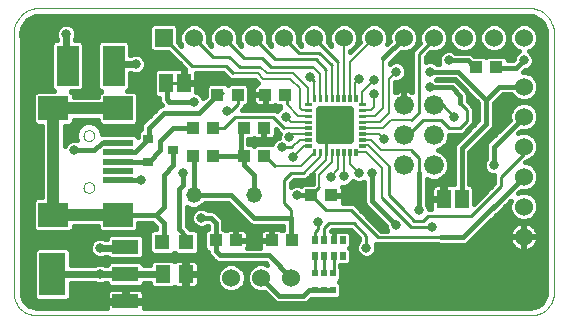
<source format=gtl>
G75*
G70*
%OFA0B0*%
%FSLAX24Y24*%
%IPPOS*%
%LPD*%
%AMOC8*
5,1,8,0,0,1.08239X$1,22.5*
%
%ADD10C,0.0000*%
%ADD11R,0.0433X0.0394*%
%ADD12C,0.0035*%
%ADD13C,0.0252*%
%ADD14R,0.0500X0.0500*%
%ADD15R,0.0354X0.0315*%
%ADD16R,0.0748X0.1339*%
%ADD17R,0.0984X0.0197*%
%ADD18R,0.0984X0.0787*%
%ADD19C,0.0520*%
%ADD20R,0.0460X0.0630*%
%ADD21R,0.0600X0.0600*%
%ADD22C,0.0600*%
%ADD23R,0.0197X0.0236*%
%ADD24R,0.0236X0.0236*%
%ADD25R,0.0197X0.0256*%
%ADD26R,0.0512X0.0591*%
%ADD27C,0.0660*%
%ADD28R,0.0880X0.0480*%
%ADD29R,0.0866X0.1417*%
%ADD30C,0.0100*%
%ADD31C,0.0080*%
%ADD32C,0.0317*%
%ADD33C,0.0160*%
%ADD34C,0.0400*%
%ADD35C,0.0240*%
D10*
X001180Y000430D02*
X017680Y000430D01*
X017734Y000432D01*
X017787Y000438D01*
X017839Y000447D01*
X017891Y000460D01*
X017942Y000477D01*
X017992Y000498D01*
X018039Y000522D01*
X018085Y000549D01*
X018129Y000580D01*
X018171Y000613D01*
X018210Y000650D01*
X018247Y000689D01*
X018280Y000731D01*
X018311Y000775D01*
X018338Y000821D01*
X018362Y000868D01*
X018383Y000918D01*
X018400Y000969D01*
X018413Y001021D01*
X018422Y001073D01*
X018428Y001126D01*
X018430Y001180D01*
X018430Y009680D01*
X018436Y009737D01*
X018439Y009795D01*
X018438Y009853D01*
X018433Y009911D01*
X018424Y009968D01*
X018411Y010024D01*
X018395Y010080D01*
X018375Y010134D01*
X018352Y010187D01*
X018325Y010239D01*
X018295Y010288D01*
X018262Y010335D01*
X018226Y010381D01*
X018187Y010423D01*
X018145Y010463D01*
X018101Y010500D01*
X018054Y010535D01*
X018005Y010566D01*
X017955Y010593D01*
X017902Y010618D01*
X017848Y010639D01*
X017793Y010656D01*
X017737Y010670D01*
X017680Y010680D01*
X001180Y010680D01*
X001123Y010670D01*
X001067Y010656D01*
X001012Y010639D01*
X000958Y010618D01*
X000905Y010593D01*
X000855Y010566D01*
X000806Y010535D01*
X000759Y010500D01*
X000715Y010463D01*
X000673Y010423D01*
X000634Y010381D01*
X000598Y010335D01*
X000565Y010288D01*
X000535Y010239D01*
X000508Y010187D01*
X000485Y010134D01*
X000465Y010080D01*
X000449Y010024D01*
X000436Y009968D01*
X000427Y009911D01*
X000422Y009853D01*
X000421Y009795D01*
X000424Y009737D01*
X000430Y009680D01*
X000430Y001180D01*
X000432Y001126D01*
X000438Y001073D01*
X000447Y001021D01*
X000460Y000969D01*
X000477Y000918D01*
X000498Y000868D01*
X000522Y000821D01*
X000549Y000775D01*
X000580Y000731D01*
X000613Y000689D01*
X000650Y000650D01*
X000689Y000613D01*
X000731Y000580D01*
X000775Y000549D01*
X000821Y000522D01*
X000868Y000498D01*
X000918Y000477D01*
X000969Y000460D01*
X001021Y000447D01*
X001073Y000438D01*
X001126Y000432D01*
X001180Y000430D01*
X002753Y004689D02*
X002755Y004715D01*
X002761Y004741D01*
X002771Y004766D01*
X002784Y004789D01*
X002800Y004809D01*
X002820Y004827D01*
X002842Y004842D01*
X002865Y004854D01*
X002891Y004862D01*
X002917Y004866D01*
X002943Y004866D01*
X002969Y004862D01*
X002995Y004854D01*
X003019Y004842D01*
X003040Y004827D01*
X003060Y004809D01*
X003076Y004789D01*
X003089Y004766D01*
X003099Y004741D01*
X003105Y004715D01*
X003107Y004689D01*
X003105Y004663D01*
X003099Y004637D01*
X003089Y004612D01*
X003076Y004589D01*
X003060Y004569D01*
X003040Y004551D01*
X003018Y004536D01*
X002995Y004524D01*
X002969Y004516D01*
X002943Y004512D01*
X002917Y004512D01*
X002891Y004516D01*
X002865Y004524D01*
X002841Y004536D01*
X002820Y004551D01*
X002800Y004569D01*
X002784Y004589D01*
X002771Y004612D01*
X002761Y004637D01*
X002755Y004663D01*
X002753Y004689D01*
X002753Y006421D02*
X002755Y006447D01*
X002761Y006473D01*
X002771Y006498D01*
X002784Y006521D01*
X002800Y006541D01*
X002820Y006559D01*
X002842Y006574D01*
X002865Y006586D01*
X002891Y006594D01*
X002917Y006598D01*
X002943Y006598D01*
X002969Y006594D01*
X002995Y006586D01*
X003019Y006574D01*
X003040Y006559D01*
X003060Y006541D01*
X003076Y006521D01*
X003089Y006498D01*
X003099Y006473D01*
X003105Y006447D01*
X003107Y006421D01*
X003105Y006395D01*
X003099Y006369D01*
X003089Y006344D01*
X003076Y006321D01*
X003060Y006301D01*
X003040Y006283D01*
X003018Y006268D01*
X002995Y006256D01*
X002969Y006248D01*
X002943Y006244D01*
X002917Y006244D01*
X002891Y006248D01*
X002865Y006256D01*
X002841Y006268D01*
X002820Y006283D01*
X002800Y006301D01*
X002784Y006321D01*
X002771Y006344D01*
X002761Y006369D01*
X002755Y006395D01*
X002753Y006421D01*
D11*
X006395Y006680D03*
X007065Y006680D03*
X008095Y006680D03*
X008765Y006680D03*
X008765Y005755D03*
X008095Y005755D03*
X007065Y005755D03*
X006395Y005755D03*
X007220Y007780D03*
X007890Y007780D03*
X008814Y007780D03*
X009483Y007780D03*
X010345Y004430D03*
X011015Y004430D03*
X009702Y002930D03*
X009033Y002930D03*
X007827Y002930D03*
X007158Y002930D03*
X015845Y008705D03*
X016515Y008705D03*
D12*
X012137Y007511D02*
X011935Y007511D01*
X012137Y007511D02*
X012137Y007427D01*
X011935Y007427D01*
X011935Y007511D01*
X011935Y007461D02*
X012137Y007461D01*
X012137Y007495D02*
X011935Y007495D01*
X011777Y007585D02*
X011777Y007787D01*
X011861Y007787D01*
X011861Y007585D01*
X011777Y007585D01*
X011777Y007619D02*
X011861Y007619D01*
X011861Y007653D02*
X011777Y007653D01*
X011777Y007687D02*
X011861Y007687D01*
X011861Y007721D02*
X011777Y007721D01*
X011777Y007755D02*
X011861Y007755D01*
X011580Y007787D02*
X011580Y007585D01*
X011580Y007787D02*
X011664Y007787D01*
X011664Y007585D01*
X011580Y007585D01*
X011580Y007619D02*
X011664Y007619D01*
X011664Y007653D02*
X011580Y007653D01*
X011580Y007687D02*
X011664Y007687D01*
X011664Y007721D02*
X011580Y007721D01*
X011580Y007755D02*
X011664Y007755D01*
X011383Y007787D02*
X011383Y007585D01*
X011383Y007787D02*
X011467Y007787D01*
X011467Y007585D01*
X011383Y007585D01*
X011383Y007619D02*
X011467Y007619D01*
X011467Y007653D02*
X011383Y007653D01*
X011383Y007687D02*
X011467Y007687D01*
X011467Y007721D02*
X011383Y007721D01*
X011383Y007755D02*
X011467Y007755D01*
X011186Y007787D02*
X011186Y007585D01*
X011186Y007787D02*
X011270Y007787D01*
X011270Y007585D01*
X011186Y007585D01*
X011186Y007619D02*
X011270Y007619D01*
X011270Y007653D02*
X011186Y007653D01*
X011186Y007687D02*
X011270Y007687D01*
X011270Y007721D02*
X011186Y007721D01*
X011186Y007755D02*
X011270Y007755D01*
X010990Y007787D02*
X010990Y007585D01*
X010990Y007787D02*
X011074Y007787D01*
X011074Y007585D01*
X010990Y007585D01*
X010990Y007619D02*
X011074Y007619D01*
X011074Y007653D02*
X010990Y007653D01*
X010990Y007687D02*
X011074Y007687D01*
X011074Y007721D02*
X010990Y007721D01*
X010990Y007755D02*
X011074Y007755D01*
X010793Y007787D02*
X010793Y007585D01*
X010793Y007787D02*
X010877Y007787D01*
X010877Y007585D01*
X010793Y007585D01*
X010793Y007619D02*
X010877Y007619D01*
X010877Y007653D02*
X010793Y007653D01*
X010793Y007687D02*
X010877Y007687D01*
X010877Y007721D02*
X010793Y007721D01*
X010793Y007755D02*
X010877Y007755D01*
X010596Y007787D02*
X010596Y007585D01*
X010596Y007787D02*
X010680Y007787D01*
X010680Y007585D01*
X010596Y007585D01*
X010596Y007619D02*
X010680Y007619D01*
X010680Y007653D02*
X010596Y007653D01*
X010596Y007687D02*
X010680Y007687D01*
X010680Y007721D02*
X010596Y007721D01*
X010596Y007755D02*
X010680Y007755D01*
X010399Y007787D02*
X010399Y007585D01*
X010399Y007787D02*
X010483Y007787D01*
X010483Y007585D01*
X010399Y007585D01*
X010399Y007619D02*
X010483Y007619D01*
X010483Y007653D02*
X010399Y007653D01*
X010399Y007687D02*
X010483Y007687D01*
X010483Y007721D02*
X010399Y007721D01*
X010399Y007755D02*
X010483Y007755D01*
X010325Y007427D02*
X010123Y007427D01*
X010123Y007511D01*
X010325Y007511D01*
X010325Y007427D01*
X010325Y007461D02*
X010123Y007461D01*
X010123Y007495D02*
X010325Y007495D01*
X010325Y007230D02*
X010123Y007230D01*
X010123Y007314D01*
X010325Y007314D01*
X010325Y007230D01*
X010325Y007264D02*
X010123Y007264D01*
X010123Y007298D02*
X010325Y007298D01*
X010325Y007033D02*
X010123Y007033D01*
X010123Y007117D01*
X010325Y007117D01*
X010325Y007033D01*
X010325Y007067D02*
X010123Y007067D01*
X010123Y007101D02*
X010325Y007101D01*
X010325Y006836D02*
X010123Y006836D01*
X010123Y006920D01*
X010325Y006920D01*
X010325Y006836D01*
X010325Y006870D02*
X010123Y006870D01*
X010123Y006904D02*
X010325Y006904D01*
X010325Y006640D02*
X010123Y006640D01*
X010123Y006724D01*
X010325Y006724D01*
X010325Y006640D01*
X010325Y006674D02*
X010123Y006674D01*
X010123Y006708D02*
X010325Y006708D01*
X010325Y006443D02*
X010123Y006443D01*
X010123Y006527D01*
X010325Y006527D01*
X010325Y006443D01*
X010325Y006477D02*
X010123Y006477D01*
X010123Y006511D02*
X010325Y006511D01*
X010325Y006246D02*
X010123Y006246D01*
X010123Y006330D01*
X010325Y006330D01*
X010325Y006246D01*
X010325Y006280D02*
X010123Y006280D01*
X010123Y006314D02*
X010325Y006314D01*
X010325Y006049D02*
X010123Y006049D01*
X010123Y006133D01*
X010325Y006133D01*
X010325Y006049D01*
X010325Y006083D02*
X010123Y006083D01*
X010123Y006117D02*
X010325Y006117D01*
X010483Y005975D02*
X010483Y005773D01*
X010399Y005773D01*
X010399Y005975D01*
X010483Y005975D01*
X010483Y005807D02*
X010399Y005807D01*
X010399Y005841D02*
X010483Y005841D01*
X010483Y005875D02*
X010399Y005875D01*
X010399Y005909D02*
X010483Y005909D01*
X010483Y005943D02*
X010399Y005943D01*
X010680Y005975D02*
X010680Y005773D01*
X010596Y005773D01*
X010596Y005975D01*
X010680Y005975D01*
X010680Y005807D02*
X010596Y005807D01*
X010596Y005841D02*
X010680Y005841D01*
X010680Y005875D02*
X010596Y005875D01*
X010596Y005909D02*
X010680Y005909D01*
X010680Y005943D02*
X010596Y005943D01*
X010877Y005975D02*
X010877Y005773D01*
X010793Y005773D01*
X010793Y005975D01*
X010877Y005975D01*
X010877Y005807D02*
X010793Y005807D01*
X010793Y005841D02*
X010877Y005841D01*
X010877Y005875D02*
X010793Y005875D01*
X010793Y005909D02*
X010877Y005909D01*
X010877Y005943D02*
X010793Y005943D01*
X011074Y005975D02*
X011074Y005773D01*
X010990Y005773D01*
X010990Y005975D01*
X011074Y005975D01*
X011074Y005807D02*
X010990Y005807D01*
X010990Y005841D02*
X011074Y005841D01*
X011074Y005875D02*
X010990Y005875D01*
X010990Y005909D02*
X011074Y005909D01*
X011074Y005943D02*
X010990Y005943D01*
X011270Y005975D02*
X011270Y005773D01*
X011186Y005773D01*
X011186Y005975D01*
X011270Y005975D01*
X011270Y005807D02*
X011186Y005807D01*
X011186Y005841D02*
X011270Y005841D01*
X011270Y005875D02*
X011186Y005875D01*
X011186Y005909D02*
X011270Y005909D01*
X011270Y005943D02*
X011186Y005943D01*
X011467Y005975D02*
X011467Y005773D01*
X011383Y005773D01*
X011383Y005975D01*
X011467Y005975D01*
X011467Y005807D02*
X011383Y005807D01*
X011383Y005841D02*
X011467Y005841D01*
X011467Y005875D02*
X011383Y005875D01*
X011383Y005909D02*
X011467Y005909D01*
X011467Y005943D02*
X011383Y005943D01*
X011664Y005975D02*
X011664Y005773D01*
X011580Y005773D01*
X011580Y005975D01*
X011664Y005975D01*
X011664Y005807D02*
X011580Y005807D01*
X011580Y005841D02*
X011664Y005841D01*
X011664Y005875D02*
X011580Y005875D01*
X011580Y005909D02*
X011664Y005909D01*
X011664Y005943D02*
X011580Y005943D01*
X011861Y005975D02*
X011861Y005773D01*
X011777Y005773D01*
X011777Y005975D01*
X011861Y005975D01*
X011861Y005807D02*
X011777Y005807D01*
X011777Y005841D02*
X011861Y005841D01*
X011861Y005875D02*
X011777Y005875D01*
X011777Y005909D02*
X011861Y005909D01*
X011861Y005943D02*
X011777Y005943D01*
X011935Y006133D02*
X012137Y006133D01*
X012137Y006049D01*
X011935Y006049D01*
X011935Y006133D01*
X011935Y006083D02*
X012137Y006083D01*
X012137Y006117D02*
X011935Y006117D01*
X011935Y006330D02*
X012137Y006330D01*
X012137Y006246D01*
X011935Y006246D01*
X011935Y006330D01*
X011935Y006280D02*
X012137Y006280D01*
X012137Y006314D02*
X011935Y006314D01*
X011935Y006527D02*
X012137Y006527D01*
X012137Y006443D01*
X011935Y006443D01*
X011935Y006527D01*
X011935Y006477D02*
X012137Y006477D01*
X012137Y006511D02*
X011935Y006511D01*
X011935Y006724D02*
X012137Y006724D01*
X012137Y006640D01*
X011935Y006640D01*
X011935Y006724D01*
X011935Y006674D02*
X012137Y006674D01*
X012137Y006708D02*
X011935Y006708D01*
X011935Y006920D02*
X012137Y006920D01*
X012137Y006836D01*
X011935Y006836D01*
X011935Y006920D01*
X011935Y006870D02*
X012137Y006870D01*
X012137Y006904D02*
X011935Y006904D01*
X011935Y007117D02*
X012137Y007117D01*
X012137Y007033D01*
X011935Y007033D01*
X011935Y007117D01*
X011935Y007067D02*
X012137Y007067D01*
X012137Y007101D02*
X011935Y007101D01*
X011935Y007314D02*
X012137Y007314D01*
X012137Y007230D01*
X011935Y007230D01*
X011935Y007314D01*
X011935Y007264D02*
X012137Y007264D01*
X012137Y007298D02*
X011935Y007298D01*
D13*
X011634Y007284D02*
X011634Y006276D01*
X010626Y006276D01*
X010626Y007284D01*
X011634Y007284D01*
X011634Y006527D02*
X010626Y006527D01*
X010626Y006778D02*
X011634Y006778D01*
X011634Y007029D02*
X010626Y007029D01*
X010626Y007280D02*
X011634Y007280D01*
D14*
X006180Y002868D03*
X005380Y002868D03*
D15*
X004911Y005556D03*
X005738Y005930D03*
X004911Y006304D03*
D16*
X003760Y008742D03*
X002225Y008742D03*
D17*
X003914Y006185D03*
X003914Y005870D03*
X003914Y005555D03*
X003914Y005240D03*
X003914Y004925D03*
D18*
X003914Y003783D03*
X001749Y003783D03*
X001749Y007327D03*
X003914Y007327D03*
D19*
X006430Y004430D03*
X008430Y004430D03*
D20*
X006105Y008180D03*
X005505Y008180D03*
X014755Y004305D03*
X015355Y004305D03*
D21*
X005430Y009680D03*
D22*
X006430Y009680D03*
X007430Y009680D03*
X008430Y009680D03*
X009430Y009680D03*
X010430Y009680D03*
X011430Y009680D03*
X012430Y009680D03*
X013430Y009680D03*
X014430Y009680D03*
X015430Y009680D03*
X016430Y009680D03*
X017430Y009680D03*
X017430Y008055D03*
X017430Y007055D03*
X017430Y006055D03*
X017430Y005055D03*
X017430Y004055D03*
X017430Y003055D03*
X009680Y001680D03*
X008680Y001680D03*
X007680Y001680D03*
D23*
X010478Y001831D03*
X011068Y001831D03*
X011068Y001279D03*
X010478Y001279D03*
D24*
X010773Y001279D03*
X010773Y001831D03*
D25*
X010773Y002414D03*
X011087Y002414D03*
X011402Y002414D03*
X011402Y002946D03*
X011087Y002946D03*
X010773Y002946D03*
X010458Y002946D03*
X010458Y002414D03*
D26*
X006154Y001805D03*
X005406Y001805D03*
D27*
X013430Y005430D03*
X014430Y005430D03*
X014430Y006430D03*
X013430Y006430D03*
X013430Y007430D03*
X014430Y007430D03*
D28*
X004150Y002715D03*
X004150Y001805D03*
X004150Y000895D03*
D29*
X001710Y001805D03*
D30*
X005180Y002993D02*
X005380Y002868D01*
X004675Y004925D02*
X004680Y004930D01*
X004910Y005555D02*
X004911Y005556D01*
X004931Y005556D01*
X004911Y006304D02*
X004930Y006323D01*
X006395Y006680D02*
X006533Y006743D01*
X007065Y006680D02*
X007430Y006680D01*
X007805Y007055D01*
X007992Y007055D01*
X009055Y007055D01*
X009428Y006682D01*
X008765Y006680D02*
X008765Y006327D01*
X008743Y006305D01*
X008524Y006305D01*
X008430Y006211D01*
X008118Y005858D02*
X008095Y005755D01*
X008765Y005755D02*
X008777Y005743D01*
X008805Y005743D01*
X009149Y005399D01*
X008833Y005687D02*
X008777Y005743D01*
X009368Y006024D02*
X009711Y006024D01*
X010441Y005874D02*
X010441Y005847D01*
X010835Y005874D02*
X010835Y006397D01*
X010868Y006430D01*
X010868Y006518D01*
X011130Y006780D01*
X010868Y006430D02*
X010930Y006368D01*
X010835Y006272D01*
X010117Y005180D02*
X009805Y005180D01*
X009680Y005180D01*
X009430Y004930D01*
X009430Y004180D01*
X009680Y003930D01*
X009680Y003680D01*
X009680Y003680D01*
X010555Y003555D02*
X010555Y003305D01*
X010458Y003208D01*
X010458Y002946D01*
X010773Y002946D02*
X010773Y003335D01*
X010930Y003493D01*
X011774Y003493D01*
X012180Y003086D01*
X012180Y002680D01*
X012586Y003024D02*
X011680Y003930D01*
X010836Y003930D01*
X010430Y004336D01*
X010305Y004336D01*
X010336Y004305D01*
X010336Y004421D01*
X010345Y004430D01*
X010430Y004515D01*
X010430Y004524D01*
X010618Y004711D01*
X012711Y004336D02*
X013680Y003367D01*
X014367Y003367D01*
X014086Y003586D02*
X014242Y003743D01*
X015680Y003743D01*
X016680Y004742D01*
X016680Y005055D01*
X017430Y005805D01*
X017430Y006055D01*
X015524Y006899D02*
X015524Y007274D01*
X015305Y007493D01*
X015117Y007055D02*
X014743Y007430D01*
X014430Y007430D01*
X013930Y007180D02*
X013680Y006930D01*
X013930Y007180D02*
X013930Y009149D01*
X014430Y009649D01*
X014430Y009680D01*
X015808Y008743D02*
X015845Y008705D01*
X016515Y008705D02*
X016643Y008643D01*
X016617Y008680D01*
X015524Y006899D02*
X015305Y006680D01*
X014930Y006680D01*
X014680Y006930D01*
X014055Y006930D01*
X013555Y006430D01*
X013430Y006430D01*
X013680Y005930D02*
X013930Y005680D01*
X013930Y005180D01*
X012930Y005399D02*
X012930Y004430D01*
X013368Y003993D01*
X013367Y003993D01*
X013774Y003586D01*
X014086Y003586D01*
X014680Y003024D02*
X012586Y003024D01*
X011087Y002414D02*
X011087Y001850D01*
X011068Y001831D01*
X010773Y001831D02*
X010773Y002414D01*
X010773Y002414D01*
X010478Y002394D02*
X010458Y002414D01*
X010478Y002394D02*
X010478Y001831D01*
X009702Y002930D02*
X009680Y002952D01*
X006395Y005755D02*
X006430Y005845D01*
X007524Y007242D02*
X007524Y007242D01*
X007680Y007242D01*
X007899Y007461D01*
X007899Y007771D01*
X007890Y007780D01*
X008024Y007771D01*
X007993Y007740D02*
X007890Y007780D01*
X007899Y007771D02*
X008024Y007646D01*
X007399Y007833D02*
X007220Y007780D01*
X007158Y007765D01*
X005930Y008180D02*
X005649Y008180D01*
X005524Y008161D02*
X005505Y008180D01*
X006367Y008743D02*
X007493Y008743D01*
X007743Y008493D01*
X007961Y008711D02*
X008649Y008711D01*
X008711Y008992D02*
X008118Y008992D01*
X007430Y009680D01*
X007055Y009055D02*
X006430Y009680D01*
X007055Y009055D02*
X007617Y009055D01*
X007961Y008711D01*
X008711Y008992D02*
X008992Y008711D01*
X010399Y008711D01*
X010492Y008961D02*
X009149Y008961D01*
X008430Y009680D01*
X009430Y009680D02*
X009930Y009180D01*
X010617Y009180D01*
X011032Y008766D01*
X011228Y008882D02*
X010430Y009680D01*
X011430Y009680D02*
X011425Y009425D01*
X010835Y008619D02*
X010492Y008961D01*
X010305Y008368D02*
X010441Y008231D01*
X009524Y007783D02*
X009524Y007461D01*
X006367Y008743D02*
X005430Y009680D01*
X002180Y009350D02*
X002225Y008742D01*
D31*
X007743Y008493D02*
X008555Y008493D01*
X008743Y008305D01*
X009649Y008305D01*
X009961Y007992D01*
X009961Y007336D01*
X010025Y007272D01*
X010224Y007272D01*
X010224Y007075D02*
X009910Y007075D01*
X009524Y007461D01*
X009483Y007780D02*
X009487Y007783D01*
X009524Y007783D01*
X010224Y008011D02*
X010224Y007469D01*
X010441Y007686D02*
X010441Y008231D01*
X010224Y008011D02*
X009743Y008493D01*
X008868Y008493D01*
X008649Y008711D01*
X008649Y008711D01*
X010399Y008711D02*
X010638Y008472D01*
X010638Y007686D01*
X010835Y007686D02*
X010835Y008619D01*
X011032Y008766D02*
X011032Y007686D01*
X011228Y007686D02*
X011228Y008882D01*
X011622Y008872D02*
X012430Y009680D01*
X011425Y009425D02*
X011425Y007686D01*
X011622Y007686D02*
X011622Y008872D01*
X011930Y008305D02*
X011819Y008194D01*
X011819Y007686D01*
X012036Y007879D02*
X012430Y008274D01*
X012930Y008305D02*
X013180Y008555D01*
X012930Y008305D02*
X012930Y007180D01*
X012628Y006878D01*
X012036Y006878D01*
X012036Y006682D02*
X012744Y006682D01*
X012992Y006930D01*
X013680Y006930D01*
X012742Y007336D02*
X012743Y008992D01*
X012430Y007805D02*
X012430Y007368D01*
X012335Y007272D01*
X012036Y007272D01*
X012036Y007075D02*
X012481Y007075D01*
X012742Y007336D01*
X012036Y007469D02*
X012036Y007879D01*
X010224Y006878D02*
X009669Y006878D01*
X009493Y007055D01*
X009428Y006682D02*
X010224Y006682D01*
X010224Y006485D02*
X009735Y006485D01*
X009617Y006367D01*
X009711Y006024D02*
X009975Y006288D01*
X010224Y006288D01*
X010224Y006091D02*
X010122Y006091D01*
X009743Y005711D01*
X009993Y005399D02*
X009149Y005399D01*
X009993Y005399D02*
X010441Y005847D01*
X010638Y005874D02*
X010638Y005700D01*
X010117Y005180D01*
X010305Y005086D02*
X010305Y004930D01*
X010305Y005086D02*
X010835Y005616D01*
X010835Y005678D01*
X010835Y005874D01*
X011032Y005874D02*
X011032Y005532D01*
X010649Y005149D01*
X010618Y005117D01*
X010618Y004711D01*
X010992Y005055D02*
X011228Y005291D01*
X011228Y005874D01*
X011425Y005874D02*
X011425Y005060D01*
X011622Y005488D02*
X011930Y005180D01*
X011622Y005488D02*
X011622Y005874D01*
X011819Y005874D02*
X012173Y005874D01*
X012711Y005336D01*
X012711Y004336D01*
X012930Y005399D02*
X012238Y006091D01*
X012036Y006091D01*
X012036Y006288D02*
X012322Y006288D01*
X012353Y006257D01*
X012680Y005930D01*
X013680Y005930D01*
X012774Y006305D02*
X012594Y006485D01*
X012036Y006485D01*
X004150Y002715D02*
X004115Y002680D01*
X004150Y001805D02*
X003868Y001805D01*
D32*
X003305Y001805D03*
X003305Y002680D03*
X003930Y003680D03*
X003680Y003930D03*
X004680Y004930D03*
X006055Y005180D03*
X008430Y006211D03*
X009368Y006024D03*
X009617Y006367D03*
X009743Y005711D03*
X010305Y004930D03*
X010992Y005055D03*
X011425Y005060D03*
X011930Y005180D03*
X012367Y005180D03*
X012774Y006305D03*
X015117Y007055D03*
X015805Y007493D03*
X014305Y008024D03*
X014305Y008555D03*
X014930Y008930D03*
X013180Y008555D03*
X012430Y008274D03*
X011930Y008305D03*
X012430Y007805D03*
X010305Y008368D03*
X009493Y007055D03*
X007524Y007242D03*
X006430Y007555D03*
X006680Y008180D03*
X004493Y008805D03*
X002180Y009805D03*
X001430Y007430D03*
X001680Y007180D03*
X002430Y005930D03*
X003930Y007180D03*
X003680Y007430D03*
X001430Y003930D03*
X001680Y003680D03*
X006680Y003680D03*
X009868Y004430D03*
X010555Y003555D03*
X012180Y002680D03*
X013180Y003430D03*
X012305Y003805D03*
X013930Y003930D03*
X014367Y003367D03*
X016430Y005430D03*
X017430Y008930D03*
D33*
X000958Y000743D02*
X000834Y000834D01*
X000743Y000958D01*
X000696Y001103D01*
X000690Y001180D01*
X000690Y009647D01*
X000695Y009666D01*
X000690Y009698D01*
X000690Y009732D01*
X000686Y009742D01*
X000681Y009814D01*
X000715Y010007D01*
X000806Y010179D01*
X000946Y010315D01*
X001121Y010401D01*
X001205Y010420D01*
X017655Y010420D01*
X017739Y010401D01*
X017914Y010315D01*
X018054Y010179D01*
X018145Y010007D01*
X018179Y009814D01*
X018174Y009742D01*
X018170Y009732D01*
X018170Y009698D01*
X018165Y009666D01*
X018170Y009647D01*
X018170Y001180D01*
X018164Y001103D01*
X018117Y000958D01*
X018026Y000834D01*
X017902Y000743D01*
X017757Y000696D01*
X017680Y000690D01*
X004770Y000690D01*
X004770Y000855D01*
X004190Y000855D01*
X004190Y000935D01*
X004110Y000935D01*
X004110Y001315D01*
X003686Y001315D01*
X003641Y001303D01*
X003599Y001279D01*
X003566Y001246D01*
X003542Y001204D01*
X003530Y001159D01*
X003530Y000935D01*
X004110Y000935D01*
X004110Y000855D01*
X003530Y000855D01*
X003530Y000690D01*
X001180Y000690D01*
X001103Y000696D01*
X000958Y000743D01*
X000953Y000747D02*
X003530Y000747D01*
X003530Y001064D02*
X002323Y001064D01*
X002323Y001022D02*
X002323Y001505D01*
X003144Y001505D01*
X003238Y001466D01*
X003372Y001466D01*
X003466Y001505D01*
X003530Y001505D01*
X003530Y001490D01*
X003635Y001385D01*
X004665Y001385D01*
X004770Y001490D01*
X004770Y001505D01*
X004970Y001505D01*
X004970Y001435D01*
X005076Y001330D01*
X005736Y001330D01*
X005780Y001373D01*
X005788Y001366D01*
X005829Y001342D01*
X005874Y001330D01*
X006106Y001330D01*
X006106Y001757D01*
X006202Y001757D01*
X006202Y001330D01*
X006434Y001330D01*
X006479Y001342D01*
X006520Y001366D01*
X006554Y001399D01*
X006578Y001440D01*
X006590Y001486D01*
X006590Y001757D01*
X006202Y001757D01*
X006202Y001853D01*
X006106Y001853D01*
X006106Y002280D01*
X005874Y002280D01*
X005829Y002268D01*
X005788Y002244D01*
X005780Y002237D01*
X005736Y002280D01*
X005076Y002280D01*
X004970Y002175D01*
X004970Y002105D01*
X004770Y002105D01*
X004770Y002120D01*
X004665Y002225D01*
X003635Y002225D01*
X003530Y002120D01*
X003530Y002105D01*
X003466Y002105D01*
X003372Y002144D01*
X003238Y002144D01*
X003144Y002105D01*
X002323Y002105D01*
X002323Y002588D01*
X002218Y002694D01*
X001202Y002694D01*
X001097Y002588D01*
X001097Y001022D01*
X001202Y000916D01*
X002218Y000916D01*
X002323Y001022D01*
X002323Y001223D02*
X003553Y001223D01*
X004110Y001223D02*
X004190Y001223D01*
X004190Y001315D02*
X004190Y000935D01*
X004770Y000935D01*
X004770Y001159D01*
X004758Y001204D01*
X004734Y001246D01*
X004701Y001279D01*
X004659Y001303D01*
X004614Y001315D01*
X004190Y001315D01*
X004190Y001064D02*
X004110Y001064D01*
X004110Y000906D02*
X000781Y000906D01*
X000709Y001064D02*
X001097Y001064D01*
X001097Y001223D02*
X000690Y001223D01*
X000690Y001381D02*
X001097Y001381D01*
X001097Y001540D02*
X000690Y001540D01*
X000690Y001698D02*
X001097Y001698D01*
X001097Y001857D02*
X000690Y001857D01*
X000690Y002015D02*
X001097Y002015D01*
X001097Y002174D02*
X000690Y002174D01*
X000690Y002332D02*
X001097Y002332D01*
X001097Y002491D02*
X000690Y002491D01*
X000690Y002649D02*
X001158Y002649D01*
X000690Y002808D02*
X002991Y002808D01*
X002966Y002747D02*
X002966Y002613D01*
X003018Y002488D01*
X003113Y002393D01*
X003238Y002341D01*
X003372Y002341D01*
X003466Y002380D01*
X003550Y002380D01*
X003635Y002295D01*
X004665Y002295D01*
X004770Y002400D01*
X004770Y003030D01*
X004665Y003135D01*
X003635Y003135D01*
X003530Y003030D01*
X003530Y002980D01*
X003466Y002980D01*
X003372Y003019D01*
X003238Y003019D01*
X003113Y002967D01*
X003018Y002872D01*
X002966Y002747D01*
X002966Y002649D02*
X002262Y002649D01*
X002323Y002491D02*
X003017Y002491D01*
X003598Y002332D02*
X002323Y002332D01*
X002323Y002174D02*
X003584Y002174D01*
X003868Y001805D02*
X003930Y001805D01*
X004702Y002332D02*
X007035Y002332D01*
X007085Y002283D02*
X007158Y002210D01*
X007253Y002170D01*
X008822Y002170D01*
X008872Y002120D01*
X008775Y002160D01*
X008585Y002160D01*
X008408Y002087D01*
X008273Y001952D01*
X008200Y001775D01*
X008200Y001585D01*
X008273Y001408D01*
X008408Y001273D01*
X008585Y001200D01*
X008775Y001200D01*
X008787Y001205D01*
X009126Y000866D01*
X009222Y000826D01*
X010138Y000826D01*
X010234Y000866D01*
X010307Y000939D01*
X010349Y000981D01*
X010651Y000981D01*
X011241Y000981D01*
X011347Y001087D01*
X011347Y001472D01*
X011264Y001555D01*
X011347Y001638D01*
X011347Y002023D01*
X011317Y002052D01*
X011317Y002106D01*
X011575Y002106D01*
X011681Y002212D01*
X011681Y002617D01*
X011618Y002680D01*
X011681Y002743D01*
X011681Y003148D01*
X011575Y003254D01*
X011229Y003254D01*
X011225Y003250D01*
X011210Y003254D01*
X011087Y003254D01*
X011016Y003254D01*
X011025Y003263D01*
X011678Y003263D01*
X011950Y002991D01*
X011950Y002929D01*
X011893Y002872D01*
X011841Y002747D01*
X011841Y002613D01*
X011893Y002488D01*
X011988Y002393D01*
X012113Y002341D01*
X012247Y002341D01*
X012372Y002393D01*
X012467Y002488D01*
X012519Y002613D01*
X012519Y002747D01*
X012500Y002794D01*
X012557Y002794D01*
X012682Y002794D01*
X014556Y002794D01*
X014628Y002764D01*
X015347Y002764D01*
X015347Y002764D01*
X015405Y002764D01*
X015450Y002764D01*
X015450Y002764D01*
X015450Y002764D01*
X015499Y002784D01*
X015546Y002803D01*
X015546Y002803D01*
X015546Y002803D01*
X015577Y002834D01*
X015619Y002876D01*
X015619Y002876D01*
X016990Y004247D01*
X016950Y004150D01*
X016950Y003960D01*
X017023Y003783D01*
X017158Y003648D01*
X017335Y003575D01*
X017525Y003575D01*
X017702Y003648D01*
X017837Y003783D01*
X017910Y003960D01*
X017910Y004150D01*
X017837Y004327D01*
X017702Y004462D01*
X017525Y004535D01*
X017335Y004535D01*
X017238Y004495D01*
X017323Y004580D01*
X017335Y004575D01*
X017525Y004575D01*
X017702Y004648D01*
X017837Y004783D01*
X017910Y004960D01*
X017910Y005150D01*
X017837Y005327D01*
X017702Y005462D01*
X017525Y005535D01*
X017485Y005535D01*
X017525Y005575D01*
X017525Y005575D01*
X017702Y005648D01*
X017837Y005783D01*
X017910Y005960D01*
X017910Y006150D01*
X017837Y006327D01*
X017702Y006462D01*
X017525Y006535D01*
X017335Y006535D01*
X017238Y006495D01*
X017323Y006580D01*
X017335Y006575D01*
X017525Y006575D01*
X017702Y006648D01*
X017837Y006783D01*
X017910Y006960D01*
X017910Y007150D01*
X017837Y007327D01*
X017702Y007462D01*
X017525Y007535D01*
X017335Y007535D01*
X017158Y007462D01*
X017023Y007327D01*
X016950Y007150D01*
X016950Y006960D01*
X016955Y006948D01*
X016210Y006202D01*
X016170Y006107D01*
X016170Y005649D01*
X016143Y005622D01*
X016091Y005497D01*
X016091Y005363D01*
X016143Y005238D01*
X016238Y005143D01*
X016363Y005091D01*
X016450Y005091D01*
X016450Y004838D01*
X015765Y004153D01*
X015765Y004695D01*
X015660Y004800D01*
X015615Y004800D01*
X015615Y005885D01*
X016375Y006645D01*
X016400Y006670D01*
X016400Y006670D01*
X016400Y006670D01*
X016423Y006724D01*
X016440Y006766D01*
X016440Y006818D01*
X016440Y007510D01*
X016725Y007795D01*
X017018Y007795D01*
X017023Y007783D01*
X017158Y007648D01*
X017335Y007575D01*
X017525Y007575D01*
X017702Y007648D01*
X017837Y007783D01*
X017910Y007960D01*
X017910Y008150D01*
X017837Y008327D01*
X017702Y008462D01*
X017525Y008535D01*
X017403Y008535D01*
X017459Y008591D01*
X017497Y008591D01*
X017622Y008643D01*
X017717Y008738D01*
X017769Y008863D01*
X017769Y008997D01*
X017717Y009122D01*
X017622Y009217D01*
X017594Y009229D01*
X017702Y009273D01*
X017837Y009408D01*
X017910Y009585D01*
X017910Y009775D01*
X017837Y009952D01*
X017702Y010087D01*
X017525Y010160D01*
X017335Y010160D01*
X017158Y010087D01*
X017023Y009952D01*
X016950Y009775D01*
X016950Y009585D01*
X017023Y009408D01*
X017158Y009273D01*
X017266Y009229D01*
X017238Y009217D01*
X017143Y009122D01*
X017091Y008997D01*
X017091Y008959D01*
X017072Y008940D01*
X016911Y008940D01*
X016911Y008976D01*
X016806Y009082D01*
X016224Y009082D01*
X016180Y009038D01*
X016136Y009082D01*
X015771Y009082D01*
X015702Y009150D01*
X015607Y009190D01*
X015149Y009190D01*
X015122Y009217D01*
X014997Y009269D01*
X014863Y009269D01*
X014738Y009217D01*
X014643Y009122D01*
X014591Y008997D01*
X014591Y008863D01*
X014611Y008815D01*
X014524Y008815D01*
X014497Y008842D01*
X014372Y008894D01*
X014238Y008894D01*
X014160Y008862D01*
X014160Y009054D01*
X014315Y009208D01*
X014335Y009200D01*
X014525Y009200D01*
X014702Y009273D01*
X014837Y009408D01*
X014910Y009585D01*
X014910Y009775D01*
X014837Y009952D01*
X014702Y010087D01*
X014525Y010160D01*
X014335Y010160D01*
X014158Y010087D01*
X014023Y009952D01*
X013950Y009775D01*
X013950Y009585D01*
X013976Y009521D01*
X013700Y009244D01*
X013700Y007864D01*
X013697Y007866D01*
X013626Y007903D01*
X013549Y007927D01*
X013470Y007940D01*
X013448Y007940D01*
X013448Y007448D01*
X013412Y007448D01*
X013412Y007940D01*
X013390Y007940D01*
X013311Y007927D01*
X013234Y007903D01*
X013163Y007866D01*
X013150Y007857D01*
X013150Y008214D01*
X013152Y008216D01*
X013247Y008216D01*
X013372Y008268D01*
X013467Y008363D01*
X013519Y008488D01*
X013519Y008622D01*
X013467Y008747D01*
X013372Y008842D01*
X013247Y008894D01*
X013113Y008894D01*
X012988Y008842D01*
X012963Y008817D01*
X012963Y008845D01*
X013323Y009205D01*
X013335Y009200D01*
X013525Y009200D01*
X013702Y009273D01*
X013837Y009408D01*
X013910Y009585D01*
X013910Y009775D01*
X013837Y009952D01*
X013702Y010087D01*
X013525Y010160D01*
X013335Y010160D01*
X013158Y010087D01*
X013023Y009952D01*
X012950Y009775D01*
X012950Y009585D01*
X012955Y009573D01*
X012870Y009487D01*
X012910Y009585D01*
X012910Y009775D01*
X012837Y009952D01*
X012702Y010087D01*
X012525Y010160D01*
X012335Y010160D01*
X012158Y010087D01*
X012023Y009952D01*
X011950Y009775D01*
X011950Y009585D01*
X011971Y009533D01*
X011645Y009206D01*
X011645Y009250D01*
X011702Y009273D01*
X011837Y009408D01*
X011910Y009585D01*
X011910Y009775D01*
X011837Y009952D01*
X011702Y010087D01*
X011525Y010160D01*
X011335Y010160D01*
X011158Y010087D01*
X011023Y009952D01*
X010950Y009775D01*
X010950Y009585D01*
X011020Y009415D01*
X010893Y009543D01*
X010910Y009585D01*
X010910Y009775D01*
X010837Y009952D01*
X010702Y010087D01*
X010525Y010160D01*
X010335Y010160D01*
X010158Y010087D01*
X010023Y009952D01*
X009950Y009775D01*
X009950Y009585D01*
X010020Y009415D01*
X009893Y009543D01*
X009910Y009585D01*
X009910Y009775D01*
X009837Y009952D01*
X009702Y010087D01*
X009525Y010160D01*
X009335Y010160D01*
X009158Y010087D01*
X009023Y009952D01*
X008950Y009775D01*
X008950Y009585D01*
X009020Y009415D01*
X008893Y009543D01*
X008910Y009585D01*
X008910Y009775D01*
X008837Y009952D01*
X008702Y010087D01*
X008525Y010160D01*
X008335Y010160D01*
X008158Y010087D01*
X008023Y009952D01*
X007950Y009775D01*
X007950Y009585D01*
X008020Y009415D01*
X007893Y009543D01*
X007910Y009585D01*
X007910Y009775D01*
X007837Y009952D01*
X007702Y010087D01*
X007525Y010160D01*
X007335Y010160D01*
X007158Y010087D01*
X007023Y009952D01*
X006950Y009775D01*
X006950Y009585D01*
X007020Y009415D01*
X006893Y009543D01*
X006910Y009585D01*
X006910Y009775D01*
X006837Y009952D01*
X006702Y010087D01*
X006525Y010160D01*
X006335Y010160D01*
X006158Y010087D01*
X006023Y009952D01*
X005950Y009775D01*
X005950Y009585D01*
X006020Y009415D01*
X005910Y009525D01*
X005910Y010055D01*
X005805Y010160D01*
X005055Y010160D01*
X004950Y010055D01*
X004950Y009305D01*
X005055Y009200D01*
X005585Y009200D01*
X006137Y008647D01*
X006140Y008645D01*
X006140Y008295D01*
X006070Y008365D01*
X006070Y008675D01*
X005851Y008675D01*
X005818Y008666D01*
X005810Y008675D01*
X005200Y008675D01*
X005095Y008570D01*
X005095Y007790D01*
X005200Y007685D01*
X005264Y007685D01*
X005264Y007597D01*
X005303Y007501D01*
X005369Y007436D01*
X005283Y007400D01*
X005210Y007327D01*
X004783Y006900D01*
X004710Y006827D01*
X004670Y006732D01*
X004670Y006641D01*
X004660Y006641D01*
X004554Y006536D01*
X004554Y006390D01*
X004481Y006463D01*
X003367Y006463D01*
X003367Y006508D01*
X003301Y006669D01*
X003178Y006792D01*
X003017Y006858D01*
X002843Y006858D01*
X002682Y006792D01*
X002559Y006669D01*
X002493Y006508D01*
X002493Y006334D01*
X002525Y006257D01*
X002497Y006269D01*
X002363Y006269D01*
X002238Y006217D01*
X002143Y006122D01*
X002129Y006088D01*
X002129Y006753D01*
X002316Y006753D01*
X002421Y006858D01*
X002421Y006947D01*
X003242Y006947D01*
X003242Y006858D01*
X003348Y006753D01*
X004481Y006753D01*
X004586Y006858D01*
X004586Y007795D01*
X004481Y007900D01*
X004216Y007900D01*
X004314Y007999D01*
X004314Y008505D01*
X004332Y008505D01*
X004425Y008466D01*
X004560Y008466D01*
X004684Y008518D01*
X004780Y008613D01*
X004831Y008738D01*
X004831Y008872D01*
X004780Y008997D01*
X004684Y009092D01*
X004560Y009144D01*
X004425Y009144D01*
X004332Y009105D01*
X004314Y009105D01*
X004314Y009486D01*
X004209Y009592D01*
X003312Y009592D01*
X003206Y009486D01*
X003206Y007999D01*
X003312Y007893D01*
X003340Y007893D01*
X003242Y007795D01*
X003242Y007707D01*
X002421Y007707D01*
X002421Y007795D01*
X002323Y007893D01*
X002673Y007893D01*
X002779Y007999D01*
X002779Y009486D01*
X002673Y009592D01*
X002480Y009592D01*
X002480Y009644D01*
X002519Y009738D01*
X002519Y009872D01*
X002467Y009997D01*
X002372Y010092D01*
X002247Y010144D01*
X002113Y010144D01*
X001988Y010092D01*
X001893Y009997D01*
X001841Y009872D01*
X001841Y009738D01*
X001880Y009644D01*
X001880Y009592D01*
X001776Y009592D01*
X001671Y009486D01*
X001671Y007999D01*
X001769Y007900D01*
X001182Y007900D01*
X001077Y007795D01*
X001077Y006858D01*
X001182Y006753D01*
X001369Y006753D01*
X001369Y004357D01*
X001182Y004357D01*
X001077Y004252D01*
X001077Y003315D01*
X001182Y003210D01*
X002316Y003210D01*
X002421Y003315D01*
X002421Y003403D01*
X003242Y003403D01*
X003242Y003315D01*
X003348Y003210D01*
X004481Y003210D01*
X004586Y003315D01*
X004586Y003523D01*
X005031Y003523D01*
X005170Y003385D01*
X005170Y003297D01*
X005055Y003297D01*
X004950Y003192D01*
X004950Y003058D01*
X004934Y003034D01*
X004950Y002966D01*
X004770Y002966D01*
X004770Y002808D02*
X004950Y002808D01*
X004950Y002966D02*
X004950Y002543D01*
X005055Y002438D01*
X005705Y002438D01*
X005780Y002513D01*
X005855Y002438D01*
X006505Y002438D01*
X006610Y002543D01*
X006610Y003192D01*
X006505Y003297D01*
X006305Y003297D01*
X006190Y003413D01*
X006190Y004053D01*
X006342Y003990D01*
X006518Y003990D01*
X006679Y004057D01*
X006792Y004170D01*
X007572Y004170D01*
X008210Y003533D01*
X008283Y003460D01*
X008378Y003420D01*
X009420Y003420D01*
X009420Y003307D01*
X009411Y003307D01*
X009367Y003263D01*
X009360Y003271D01*
X009319Y003295D01*
X009273Y003307D01*
X009051Y003307D01*
X009051Y002948D01*
X009014Y002948D01*
X009014Y002912D01*
X008636Y002912D01*
X008636Y002709D01*
X008642Y002690D01*
X008218Y002690D01*
X008224Y002709D01*
X008224Y002912D01*
X007846Y002912D01*
X007846Y002948D01*
X008224Y002948D01*
X008224Y003151D01*
X008211Y003196D01*
X008188Y003237D01*
X008154Y003271D01*
X008113Y003295D01*
X008067Y003307D01*
X007846Y003307D01*
X007846Y002948D01*
X007809Y002948D01*
X007809Y003307D01*
X007587Y003307D01*
X007541Y003295D01*
X007500Y003271D01*
X007492Y003263D01*
X007449Y003307D01*
X007418Y003307D01*
X007418Y003566D01*
X007378Y003662D01*
X007213Y003827D01*
X007140Y003900D01*
X007044Y003940D01*
X006899Y003940D01*
X006872Y003967D01*
X006747Y004019D01*
X006613Y004019D01*
X006488Y003967D01*
X006393Y003872D01*
X006341Y003747D01*
X006341Y003613D01*
X006393Y003488D01*
X006488Y003393D01*
X006613Y003341D01*
X006747Y003341D01*
X006872Y003393D01*
X006892Y003413D01*
X006898Y003407D01*
X006898Y003307D01*
X006867Y003307D01*
X006761Y003201D01*
X006761Y002659D01*
X006867Y002553D01*
X006898Y002553D01*
X006898Y002525D01*
X006937Y002430D01*
X007085Y002283D01*
X007085Y002283D01*
X007245Y002174D02*
X006575Y002174D01*
X006578Y002170D02*
X006554Y002211D01*
X006520Y002244D01*
X006479Y002268D01*
X006434Y002280D01*
X006202Y002280D01*
X006202Y001853D01*
X006590Y001853D01*
X006590Y002124D01*
X006578Y002170D01*
X006590Y002015D02*
X007336Y002015D01*
X007273Y001952D02*
X007200Y001775D01*
X007200Y001585D01*
X007273Y001408D01*
X007408Y001273D01*
X007585Y001200D01*
X007775Y001200D01*
X007952Y001273D01*
X008087Y001408D01*
X008160Y001585D01*
X008160Y001775D01*
X008087Y001952D01*
X007952Y002087D01*
X007775Y002160D01*
X007585Y002160D01*
X007408Y002087D01*
X007273Y001952D01*
X007234Y001857D02*
X006590Y001857D01*
X006590Y001698D02*
X007200Y001698D01*
X007219Y001540D02*
X006590Y001540D01*
X006536Y001381D02*
X007300Y001381D01*
X007530Y001223D02*
X004747Y001223D01*
X005024Y001381D02*
X002323Y001381D01*
X004190Y000906D02*
X009087Y000906D01*
X008928Y001064D02*
X004770Y001064D01*
X004770Y000747D02*
X017907Y000747D01*
X018079Y000906D02*
X010273Y000906D01*
X010307Y000939D02*
X010307Y000939D01*
X010086Y001086D02*
X009274Y001086D01*
X008680Y001680D01*
X008336Y002015D02*
X008024Y002015D01*
X008126Y001857D02*
X008234Y001857D01*
X008200Y001698D02*
X008160Y001698D01*
X008141Y001540D02*
X008219Y001540D01*
X008300Y001381D02*
X008060Y001381D01*
X007830Y001223D02*
X008530Y001223D01*
X009680Y001680D02*
X008930Y002430D01*
X007305Y002430D01*
X007158Y002577D01*
X007158Y002930D01*
X007158Y003515D01*
X006993Y003680D01*
X006680Y003680D01*
X006438Y003917D02*
X006190Y003917D01*
X006190Y003759D02*
X006346Y003759D01*
X006346Y003600D02*
X006190Y003600D01*
X006190Y003442D02*
X006439Y003442D01*
X006519Y003283D02*
X006843Y003283D01*
X006761Y003125D02*
X006610Y003125D01*
X006610Y002966D02*
X006761Y002966D01*
X006761Y002808D02*
X006610Y002808D01*
X006610Y002649D02*
X006771Y002649D01*
X006912Y002491D02*
X006558Y002491D01*
X006202Y002174D02*
X006106Y002174D01*
X006106Y002015D02*
X006202Y002015D01*
X006202Y001857D02*
X006106Y001857D01*
X006106Y001698D02*
X006202Y001698D01*
X006202Y001540D02*
X006106Y001540D01*
X006106Y001381D02*
X006202Y001381D01*
X004970Y002174D02*
X004716Y002174D01*
X004770Y002491D02*
X005002Y002491D01*
X004950Y002649D02*
X004770Y002649D01*
X005380Y002868D02*
X005430Y002918D01*
X005430Y003493D01*
X005158Y003764D01*
X005158Y003783D01*
X005430Y004055D01*
X005430Y005117D01*
X005738Y005426D01*
X005738Y005930D01*
X005305Y005930D02*
X005305Y006242D01*
X005743Y006680D01*
X006395Y006680D01*
X006620Y007180D02*
X007220Y007780D01*
X006824Y007751D02*
X006824Y008051D01*
X006929Y008157D01*
X007511Y008157D01*
X007555Y008113D01*
X007599Y008157D01*
X008181Y008157D01*
X008286Y008051D01*
X008286Y007509D01*
X008181Y007403D01*
X008129Y007403D01*
X008129Y007366D01*
X008048Y007285D01*
X008088Y007285D01*
X008088Y007285D01*
X009054Y007285D01*
X009150Y007285D01*
X009150Y007285D01*
X009150Y007285D01*
X009200Y007235D01*
X009205Y007247D01*
X009301Y007342D01*
X009313Y007347D01*
X009294Y007366D01*
X009294Y007403D01*
X009192Y007403D01*
X009149Y007447D01*
X009141Y007439D01*
X009100Y007415D01*
X009054Y007403D01*
X008833Y007403D01*
X008833Y007762D01*
X008796Y007762D01*
X008418Y007762D01*
X008418Y007559D01*
X008430Y007514D01*
X008454Y007473D01*
X008487Y007439D01*
X008528Y007415D01*
X008574Y007403D01*
X008796Y007403D01*
X008796Y007762D01*
X008796Y007798D01*
X008418Y007798D01*
X008418Y008001D01*
X008430Y008046D01*
X008454Y008087D01*
X008487Y008121D01*
X008528Y008145D01*
X008574Y008157D01*
X008580Y008157D01*
X008523Y008214D01*
X008464Y008273D01*
X007848Y008273D01*
X007838Y008263D01*
X007647Y008263D01*
X007397Y008513D01*
X006515Y008513D01*
X006515Y008215D01*
X006160Y008215D01*
X006160Y008145D01*
X006515Y008145D01*
X006515Y007886D01*
X006622Y007842D01*
X006717Y007747D01*
X006747Y007674D01*
X006824Y007751D01*
X006794Y007721D02*
X006728Y007721D01*
X006824Y007880D02*
X006532Y007880D01*
X006515Y008038D02*
X006824Y008038D01*
X006515Y008355D02*
X007555Y008355D01*
X008286Y008038D02*
X008428Y008038D01*
X008540Y008197D02*
X006160Y008197D01*
X006140Y008355D02*
X006080Y008355D01*
X006070Y008514D02*
X006140Y008514D01*
X006113Y008672D02*
X006070Y008672D01*
X005954Y008831D02*
X004831Y008831D01*
X004804Y008672D02*
X005197Y008672D01*
X005095Y008514D02*
X004674Y008514D01*
X004314Y008355D02*
X005095Y008355D01*
X005095Y008197D02*
X004314Y008197D01*
X004314Y008038D02*
X005095Y008038D01*
X005095Y007880D02*
X004502Y007880D01*
X004586Y007721D02*
X005164Y007721D01*
X005278Y007563D02*
X004586Y007563D01*
X004586Y007404D02*
X005291Y007404D01*
X005128Y007246D02*
X004586Y007246D01*
X004586Y007087D02*
X004969Y007087D01*
X004811Y006929D02*
X004586Y006929D01*
X004498Y006770D02*
X004686Y006770D01*
X004630Y006612D02*
X003324Y006612D01*
X003331Y006770D02*
X003199Y006770D01*
X003242Y006929D02*
X002421Y006929D01*
X002333Y006770D02*
X002661Y006770D01*
X002536Y006612D02*
X002129Y006612D01*
X002129Y006453D02*
X002493Y006453D01*
X002509Y006295D02*
X002129Y006295D01*
X002129Y006136D02*
X002157Y006136D01*
X002430Y005930D02*
X003117Y005930D01*
X003372Y006185D01*
X003914Y006185D01*
X003914Y005870D02*
X004477Y005870D01*
X004911Y006304D01*
X004930Y006323D02*
X004930Y006680D01*
X005430Y007180D01*
X006620Y007180D01*
X006430Y007555D02*
X005617Y007555D01*
X005524Y007649D01*
X005524Y008161D01*
X005813Y008672D02*
X005840Y008672D01*
X005796Y008989D02*
X004783Y008989D01*
X004950Y009306D02*
X004314Y009306D01*
X004314Y009148D02*
X005637Y009148D01*
X005971Y009465D02*
X006000Y009465D01*
X005950Y009623D02*
X005910Y009623D01*
X005910Y009782D02*
X005953Y009782D01*
X005910Y009940D02*
X006018Y009940D01*
X005866Y010099D02*
X006186Y010099D01*
X006674Y010099D02*
X007186Y010099D01*
X007018Y009940D02*
X006842Y009940D01*
X006907Y009782D02*
X006953Y009782D01*
X006950Y009623D02*
X006910Y009623D01*
X006971Y009465D02*
X007000Y009465D01*
X007910Y009623D02*
X007950Y009623D01*
X007971Y009465D02*
X008000Y009465D01*
X007953Y009782D02*
X007907Y009782D01*
X007842Y009940D02*
X008018Y009940D01*
X008186Y010099D02*
X007674Y010099D01*
X008674Y010099D02*
X009186Y010099D01*
X009018Y009940D02*
X008842Y009940D01*
X008907Y009782D02*
X008953Y009782D01*
X008950Y009623D02*
X008910Y009623D01*
X008971Y009465D02*
X009000Y009465D01*
X009910Y009623D02*
X009950Y009623D01*
X009971Y009465D02*
X010000Y009465D01*
X009953Y009782D02*
X009907Y009782D01*
X009842Y009940D02*
X010018Y009940D01*
X010186Y010099D02*
X009674Y010099D01*
X010674Y010099D02*
X011186Y010099D01*
X011018Y009940D02*
X010842Y009940D01*
X010907Y009782D02*
X010953Y009782D01*
X010950Y009623D02*
X010910Y009623D01*
X010971Y009465D02*
X011000Y009465D01*
X011735Y009306D02*
X011745Y009306D01*
X011860Y009465D02*
X011903Y009465D01*
X011910Y009623D02*
X011950Y009623D01*
X011953Y009782D02*
X011907Y009782D01*
X011842Y009940D02*
X012018Y009940D01*
X012186Y010099D02*
X011674Y010099D01*
X012674Y010099D02*
X013186Y010099D01*
X013018Y009940D02*
X012842Y009940D01*
X012907Y009782D02*
X012953Y009782D01*
X012950Y009623D02*
X012910Y009623D01*
X013430Y009680D02*
X012743Y008992D01*
X012963Y008831D02*
X012976Y008831D01*
X013107Y008989D02*
X013700Y008989D01*
X013700Y008831D02*
X013383Y008831D01*
X013498Y008672D02*
X013700Y008672D01*
X013700Y008514D02*
X013519Y008514D01*
X013459Y008355D02*
X013700Y008355D01*
X013700Y008197D02*
X013150Y008197D01*
X013150Y008038D02*
X013700Y008038D01*
X013700Y007880D02*
X013671Y007880D01*
X013448Y007880D02*
X013412Y007880D01*
X013412Y007721D02*
X013448Y007721D01*
X013448Y007563D02*
X013412Y007563D01*
X013189Y007880D02*
X013150Y007880D01*
X014305Y008024D02*
X015024Y008024D01*
X015305Y007742D01*
X015305Y007493D01*
X015565Y007558D02*
X015565Y007691D01*
X015565Y007743D01*
X015565Y007794D01*
X015565Y007794D01*
X015565Y007794D01*
X015544Y007844D01*
X015525Y007890D01*
X015481Y007934D01*
X015452Y007963D01*
X015202Y008214D01*
X015171Y008244D01*
X015171Y008244D01*
X015171Y008244D01*
X015122Y008264D01*
X015075Y008284D01*
X015029Y008284D01*
X014524Y008284D01*
X014518Y008289D01*
X014524Y008295D01*
X015135Y008295D01*
X015920Y007510D01*
X015920Y006925D01*
X015172Y006177D01*
X015135Y006140D01*
X015135Y006140D01*
X015135Y006140D01*
X015115Y006092D01*
X015095Y006044D01*
X015095Y005991D01*
X015095Y004800D01*
X015050Y004800D01*
X015042Y004791D01*
X015009Y004800D01*
X014790Y004800D01*
X014790Y004340D01*
X014720Y004340D01*
X014720Y004800D01*
X014501Y004800D01*
X014456Y004788D01*
X014414Y004764D01*
X014381Y004731D01*
X014357Y004689D01*
X014345Y004644D01*
X014345Y004340D01*
X014720Y004340D01*
X014720Y004270D01*
X014345Y004270D01*
X014345Y003973D01*
X014269Y003973D01*
X014269Y003997D01*
X014217Y004122D01*
X014190Y004149D01*
X014190Y004977D01*
X014329Y004920D01*
X014531Y004920D01*
X014719Y004998D01*
X014862Y005141D01*
X014940Y005329D01*
X014940Y005531D01*
X014862Y005719D01*
X014719Y005862D01*
X014556Y005930D01*
X014719Y005998D01*
X014862Y006141D01*
X014940Y006329D01*
X014940Y006450D01*
X015025Y006450D01*
X015025Y006450D01*
X015306Y006450D01*
X015400Y006450D01*
X015400Y006450D01*
X015400Y006450D01*
X015471Y006520D01*
X015619Y006669D01*
X015754Y006803D01*
X015754Y007369D01*
X015565Y007558D01*
X015565Y007563D02*
X015867Y007563D01*
X015709Y007721D02*
X015565Y007721D01*
X015565Y007691D02*
X015565Y007691D01*
X015550Y007880D02*
X015530Y007880D01*
X015525Y007890D02*
X015525Y007890D01*
X015525Y007890D01*
X015452Y007963D02*
X015452Y007963D01*
X015392Y008038D02*
X015377Y008038D01*
X015233Y008197D02*
X015219Y008197D01*
X015075Y008284D02*
X015075Y008284D01*
X015075Y008284D01*
X015242Y008555D02*
X016180Y007617D01*
X016618Y008055D01*
X017430Y008055D01*
X017877Y007880D02*
X018170Y007880D01*
X018170Y007721D02*
X017775Y007721D01*
X018170Y007563D02*
X016493Y007563D01*
X016651Y007721D02*
X017085Y007721D01*
X017100Y007404D02*
X016440Y007404D01*
X016440Y007246D02*
X016989Y007246D01*
X016950Y007087D02*
X016440Y007087D01*
X016440Y006929D02*
X016936Y006929D01*
X016777Y006770D02*
X016440Y006770D01*
X016440Y006766D02*
X016440Y006766D01*
X016440Y006766D01*
X016342Y006612D02*
X016619Y006612D01*
X016460Y006453D02*
X016183Y006453D01*
X016302Y006295D02*
X016025Y006295D01*
X016182Y006136D02*
X015866Y006136D01*
X015708Y005978D02*
X016170Y005978D01*
X016170Y005819D02*
X015615Y005819D01*
X015355Y005993D02*
X016180Y006818D01*
X016180Y007617D01*
X015920Y007404D02*
X015719Y007404D01*
X015754Y007246D02*
X015920Y007246D01*
X015920Y007087D02*
X015754Y007087D01*
X015754Y006929D02*
X015920Y006929D01*
X015765Y006770D02*
X015720Y006770D01*
X015619Y006669D02*
X015619Y006669D01*
X015606Y006612D02*
X015562Y006612D01*
X015448Y006453D02*
X015403Y006453D01*
X015289Y006295D02*
X014926Y006295D01*
X014857Y006136D02*
X015133Y006136D01*
X015095Y006044D02*
X015095Y006044D01*
X015095Y006044D01*
X015095Y005978D02*
X014670Y005978D01*
X014762Y005819D02*
X015095Y005819D01*
X015355Y005993D02*
X015355Y004305D01*
X015765Y004234D02*
X015846Y004234D01*
X015765Y004393D02*
X016005Y004393D01*
X016163Y004551D02*
X015765Y004551D01*
X015750Y004710D02*
X016322Y004710D01*
X016450Y004868D02*
X015615Y004868D01*
X015615Y005027D02*
X016450Y005027D01*
X016196Y005185D02*
X015615Y005185D01*
X015615Y005344D02*
X016099Y005344D01*
X016093Y005502D02*
X015615Y005502D01*
X015615Y005661D02*
X016170Y005661D01*
X016430Y005430D02*
X016430Y006055D01*
X017430Y007055D01*
X017871Y007246D02*
X018170Y007246D01*
X018170Y007404D02*
X017760Y007404D01*
X017910Y007087D02*
X018170Y007087D01*
X018170Y006929D02*
X017897Y006929D01*
X017824Y006770D02*
X018170Y006770D01*
X018170Y006612D02*
X017614Y006612D01*
X017711Y006453D02*
X018170Y006453D01*
X018170Y006295D02*
X017850Y006295D01*
X017910Y006136D02*
X018170Y006136D01*
X018170Y005978D02*
X017910Y005978D01*
X017852Y005819D02*
X018170Y005819D01*
X018170Y005661D02*
X017714Y005661D01*
X017605Y005502D02*
X018170Y005502D01*
X018170Y005344D02*
X017820Y005344D01*
X017896Y005185D02*
X018170Y005185D01*
X018170Y005027D02*
X017910Y005027D01*
X017872Y004868D02*
X018170Y004868D01*
X018170Y004710D02*
X017763Y004710D01*
X018170Y004551D02*
X017294Y004551D01*
X016985Y004234D02*
X016977Y004234D01*
X016950Y004076D02*
X016818Y004076D01*
X016968Y003917D02*
X016660Y003917D01*
X016501Y003759D02*
X017048Y003759D01*
X017274Y003600D02*
X016343Y003600D01*
X016184Y003442D02*
X017145Y003442D01*
X017117Y003421D02*
X017064Y003368D01*
X017019Y003307D01*
X016985Y003239D01*
X016962Y003167D01*
X016950Y003093D01*
X016950Y003075D01*
X017410Y003075D01*
X017410Y003535D01*
X017392Y003535D01*
X017318Y003523D01*
X017246Y003500D01*
X017178Y003466D01*
X017117Y003421D01*
X017007Y003283D02*
X016026Y003283D01*
X015867Y003125D02*
X016955Y003125D01*
X016950Y003035D02*
X016950Y003017D01*
X016962Y002943D01*
X016985Y002871D01*
X017019Y002803D01*
X017064Y002742D01*
X017117Y002689D01*
X017178Y002644D01*
X017246Y002610D01*
X017318Y002587D01*
X017392Y002575D01*
X017410Y002575D01*
X017410Y003035D01*
X017450Y003035D01*
X017450Y003075D01*
X017910Y003075D01*
X017910Y003093D01*
X017898Y003167D01*
X017875Y003239D01*
X017841Y003307D01*
X017796Y003368D01*
X017743Y003421D01*
X017682Y003466D01*
X017614Y003500D01*
X017542Y003523D01*
X017468Y003535D01*
X017450Y003535D01*
X017450Y003075D01*
X017410Y003075D01*
X017410Y003035D01*
X016950Y003035D01*
X016958Y002966D02*
X015709Y002966D01*
X015550Y002808D02*
X017017Y002808D01*
X017172Y002649D02*
X012519Y002649D01*
X012468Y002491D02*
X018170Y002491D01*
X018170Y002649D02*
X017688Y002649D01*
X017682Y002644D02*
X017743Y002689D01*
X017796Y002742D01*
X017841Y002803D01*
X017875Y002871D01*
X017898Y002943D01*
X017910Y003017D01*
X017910Y003035D01*
X017450Y003035D01*
X017450Y002575D01*
X017468Y002575D01*
X017542Y002587D01*
X017614Y002610D01*
X017682Y002644D01*
X017450Y002649D02*
X017410Y002649D01*
X017410Y002808D02*
X017450Y002808D01*
X017450Y002966D02*
X017410Y002966D01*
X017410Y003125D02*
X017450Y003125D01*
X017450Y003283D02*
X017410Y003283D01*
X017410Y003442D02*
X017450Y003442D01*
X017715Y003442D02*
X018170Y003442D01*
X018170Y003283D02*
X017853Y003283D01*
X017905Y003125D02*
X018170Y003125D01*
X018170Y002966D02*
X017902Y002966D01*
X017843Y002808D02*
X018170Y002808D01*
X018170Y002332D02*
X011681Y002332D01*
X011643Y002174D02*
X018170Y002174D01*
X018170Y002015D02*
X011347Y002015D01*
X011347Y001857D02*
X018170Y001857D01*
X018170Y001698D02*
X011347Y001698D01*
X011279Y001540D02*
X018170Y001540D01*
X018170Y001381D02*
X011347Y001381D01*
X011347Y001223D02*
X018170Y001223D01*
X018151Y001064D02*
X011324Y001064D01*
X011068Y001279D02*
X010773Y001279D01*
X010478Y001279D01*
X010279Y001279D01*
X010086Y001086D01*
X011681Y002491D02*
X011892Y002491D01*
X011841Y002649D02*
X011649Y002649D01*
X011681Y002808D02*
X011866Y002808D01*
X011950Y002966D02*
X011681Y002966D01*
X011681Y003125D02*
X011816Y003125D01*
X012335Y003600D02*
X012642Y003600D01*
X012484Y003759D02*
X012177Y003759D01*
X012325Y003917D02*
X012018Y003917D01*
X012167Y004076D02*
X011860Y004076D01*
X011775Y004160D02*
X011585Y004160D01*
X011397Y004160D01*
X011399Y004164D01*
X011411Y004209D01*
X011411Y004412D01*
X011033Y004412D01*
X011033Y004448D01*
X011411Y004448D01*
X011411Y004651D01*
X011399Y004696D01*
X011385Y004721D01*
X011493Y004721D01*
X011617Y004773D01*
X011712Y004868D01*
X011727Y004904D01*
X011738Y004893D01*
X011863Y004841D01*
X011997Y004841D01*
X012107Y004887D01*
X012108Y004247D01*
X012108Y004191D01*
X012108Y004191D01*
X012108Y004191D01*
X012126Y004145D01*
X012147Y004095D01*
X012184Y004058D01*
X012841Y003401D01*
X012841Y003363D01*
X012886Y003254D01*
X012682Y003254D01*
X011775Y004160D01*
X012108Y004234D02*
X011411Y004234D01*
X011411Y004393D02*
X012108Y004393D01*
X012108Y004551D02*
X011411Y004551D01*
X011391Y004710D02*
X012108Y004710D01*
X012107Y004868D02*
X012062Y004868D01*
X011798Y004868D02*
X011713Y004868D01*
X012367Y005180D02*
X012368Y004243D01*
X013180Y003430D01*
X012874Y003283D02*
X012652Y003283D01*
X012801Y003442D02*
X012494Y003442D01*
X012682Y002794D02*
X012682Y002794D01*
X011087Y002946D02*
X011087Y002946D01*
X011087Y003254D01*
X011087Y002946D01*
X011087Y002966D02*
X011087Y002966D01*
X011087Y003125D02*
X011087Y003125D01*
X009680Y002952D02*
X009680Y002868D01*
X009680Y003680D01*
X008430Y003680D01*
X007680Y004430D01*
X006430Y004430D01*
X006430Y005845D01*
X007065Y005755D02*
X008095Y005755D01*
X007993Y005755D01*
X007993Y006680D01*
X008095Y006680D01*
X008430Y006347D02*
X008438Y006339D01*
X008479Y006315D01*
X008524Y006303D01*
X008746Y006303D01*
X008746Y006662D01*
X008783Y006662D01*
X008783Y006303D01*
X009005Y006303D01*
X009051Y006315D01*
X009092Y006339D01*
X009125Y006373D01*
X009149Y006414D01*
X009161Y006459D01*
X009161Y006624D01*
X009300Y006485D01*
X009279Y006435D01*
X009279Y006354D01*
X009176Y006311D01*
X009080Y006216D01*
X009046Y006132D01*
X008474Y006132D01*
X008430Y006088D01*
X008386Y006132D01*
X008252Y006132D01*
X008252Y006303D01*
X008386Y006303D01*
X008430Y006347D01*
X008252Y006295D02*
X009159Y006295D01*
X009047Y006136D02*
X008252Y006136D01*
X008118Y005858D02*
X008118Y005430D01*
X008430Y005118D01*
X008430Y004430D01*
X007825Y003917D02*
X007100Y003917D01*
X007282Y003759D02*
X007984Y003759D01*
X008142Y003600D02*
X007404Y003600D01*
X007418Y003442D02*
X008326Y003442D01*
X008133Y003283D02*
X008727Y003283D01*
X008747Y003295D02*
X008706Y003271D01*
X008672Y003237D01*
X008649Y003196D01*
X008636Y003151D01*
X008636Y002948D01*
X009014Y002948D01*
X009014Y003307D01*
X008793Y003307D01*
X008747Y003295D01*
X008636Y003125D02*
X008224Y003125D01*
X008224Y002966D02*
X008636Y002966D01*
X008636Y002808D02*
X008224Y002808D01*
X007846Y002966D02*
X007809Y002966D01*
X007809Y003125D02*
X007846Y003125D01*
X007846Y003283D02*
X007809Y003283D01*
X007521Y003283D02*
X007473Y003283D01*
X007667Y004076D02*
X006698Y004076D01*
X006055Y004774D02*
X005930Y004649D01*
X005930Y003305D01*
X006180Y003055D01*
X006180Y002868D01*
X005802Y002491D02*
X005758Y002491D01*
X005430Y002805D02*
X005430Y002918D01*
X004950Y003125D02*
X004675Y003125D01*
X004554Y003283D02*
X005041Y003283D01*
X005113Y003442D02*
X004586Y003442D01*
X005158Y003783D02*
X003914Y003783D01*
X003930Y003768D01*
X003930Y003680D01*
X003680Y003930D01*
X003274Y003283D02*
X002389Y003283D01*
X001783Y003783D02*
X001680Y003680D01*
X001430Y003930D01*
X001749Y003783D02*
X001783Y003783D01*
X001930Y003930D01*
X001369Y004393D02*
X000690Y004393D01*
X000690Y004551D02*
X001369Y004551D01*
X001369Y004710D02*
X000690Y004710D01*
X000690Y004868D02*
X001369Y004868D01*
X001369Y005027D02*
X000690Y005027D01*
X000690Y005185D02*
X001369Y005185D01*
X001369Y005344D02*
X000690Y005344D01*
X000690Y005502D02*
X001369Y005502D01*
X001369Y005661D02*
X000690Y005661D01*
X000690Y005819D02*
X001369Y005819D01*
X001369Y005978D02*
X000690Y005978D01*
X000690Y006136D02*
X001369Y006136D01*
X001369Y006295D02*
X000690Y006295D01*
X000690Y006453D02*
X001369Y006453D01*
X001369Y006612D02*
X000690Y006612D01*
X000690Y006770D02*
X001165Y006770D01*
X001077Y006929D02*
X000690Y006929D01*
X000690Y007087D02*
X001077Y007087D01*
X001077Y007246D02*
X000690Y007246D01*
X000690Y007404D02*
X001077Y007404D01*
X001077Y007563D02*
X000690Y007563D01*
X000690Y007721D02*
X001077Y007721D01*
X001161Y007880D02*
X000690Y007880D01*
X000690Y008038D02*
X001671Y008038D01*
X001671Y008197D02*
X000690Y008197D01*
X000690Y008355D02*
X001671Y008355D01*
X001671Y008514D02*
X000690Y008514D01*
X000690Y008672D02*
X001671Y008672D01*
X001671Y008831D02*
X000690Y008831D01*
X000690Y008989D02*
X001671Y008989D01*
X001671Y009148D02*
X000690Y009148D01*
X000690Y009306D02*
X001671Y009306D01*
X001671Y009465D02*
X000690Y009465D01*
X000690Y009623D02*
X001880Y009623D01*
X001841Y009782D02*
X000683Y009782D01*
X000703Y009940D02*
X001869Y009940D01*
X002003Y010099D02*
X000763Y010099D01*
X000886Y010257D02*
X017974Y010257D01*
X018097Y010099D02*
X017674Y010099D01*
X017842Y009940D02*
X018157Y009940D01*
X018177Y009782D02*
X017907Y009782D01*
X017910Y009623D02*
X018170Y009623D01*
X018170Y009465D02*
X017860Y009465D01*
X017735Y009306D02*
X018170Y009306D01*
X018170Y009148D02*
X017692Y009148D01*
X017769Y008989D02*
X018170Y008989D01*
X018170Y008831D02*
X017755Y008831D01*
X017651Y008672D02*
X018170Y008672D01*
X018170Y008514D02*
X017577Y008514D01*
X017809Y008355D02*
X018170Y008355D01*
X018170Y008197D02*
X017891Y008197D01*
X017910Y008038D02*
X018170Y008038D01*
X017430Y008930D02*
X017180Y008680D01*
X016617Y008680D01*
X016899Y008989D02*
X017091Y008989D01*
X017168Y009148D02*
X015705Y009148D01*
X015702Y009273D02*
X015837Y009408D01*
X015910Y009585D01*
X015910Y009775D01*
X015837Y009952D01*
X015702Y010087D01*
X015525Y010160D01*
X015335Y010160D01*
X015158Y010087D01*
X015023Y009952D01*
X014950Y009775D01*
X014950Y009585D01*
X015023Y009408D01*
X015158Y009273D01*
X015335Y009200D01*
X015525Y009200D01*
X015702Y009273D01*
X015735Y009306D02*
X016125Y009306D01*
X016158Y009273D02*
X016335Y009200D01*
X016525Y009200D01*
X016702Y009273D01*
X016837Y009408D01*
X016910Y009585D01*
X016910Y009775D01*
X016837Y009952D01*
X016702Y010087D01*
X016525Y010160D01*
X016335Y010160D01*
X016158Y010087D01*
X016023Y009952D01*
X015950Y009775D01*
X015950Y009585D01*
X016023Y009408D01*
X016158Y009273D01*
X016000Y009465D02*
X015860Y009465D01*
X015910Y009623D02*
X015950Y009623D01*
X015953Y009782D02*
X015907Y009782D01*
X015842Y009940D02*
X016018Y009940D01*
X016186Y010099D02*
X015674Y010099D01*
X015186Y010099D02*
X014674Y010099D01*
X014842Y009940D02*
X015018Y009940D01*
X014953Y009782D02*
X014907Y009782D01*
X014910Y009623D02*
X014950Y009623D01*
X015000Y009465D02*
X014860Y009465D01*
X014735Y009306D02*
X015125Y009306D01*
X014930Y008930D02*
X015555Y008930D01*
X015743Y008743D01*
X015808Y008743D01*
X015242Y008555D02*
X014305Y008555D01*
X014509Y008831D02*
X014605Y008831D01*
X014591Y008989D02*
X014160Y008989D01*
X014254Y009148D02*
X014668Y009148D01*
X013920Y009465D02*
X013860Y009465D01*
X013910Y009623D02*
X013950Y009623D01*
X013953Y009782D02*
X013907Y009782D01*
X013842Y009940D02*
X014018Y009940D01*
X014186Y010099D02*
X013674Y010099D01*
X013735Y009306D02*
X013762Y009306D01*
X013700Y009148D02*
X013265Y009148D01*
X016735Y009306D02*
X017125Y009306D01*
X017000Y009465D02*
X016860Y009465D01*
X016910Y009623D02*
X016950Y009623D01*
X016953Y009782D02*
X016907Y009782D01*
X016842Y009940D02*
X017018Y009940D01*
X017186Y010099D02*
X016674Y010099D01*
X017675Y010416D02*
X001185Y010416D01*
X002357Y010099D02*
X004994Y010099D01*
X004950Y009940D02*
X002491Y009940D01*
X002519Y009782D02*
X004950Y009782D01*
X004950Y009623D02*
X002480Y009623D01*
X002779Y009465D02*
X003206Y009465D01*
X003206Y009306D02*
X002779Y009306D01*
X002779Y009148D02*
X003206Y009148D01*
X003206Y008989D02*
X002779Y008989D01*
X002779Y008831D02*
X003206Y008831D01*
X003206Y008672D02*
X002779Y008672D01*
X002779Y008514D02*
X003206Y008514D01*
X003206Y008355D02*
X002779Y008355D01*
X002779Y008197D02*
X003206Y008197D01*
X003206Y008038D02*
X002779Y008038D01*
X002336Y007880D02*
X003327Y007880D01*
X003242Y007721D02*
X002421Y007721D01*
X001930Y007430D02*
X001852Y007430D01*
X001749Y007327D01*
X001680Y007180D02*
X001930Y007430D01*
X001680Y007180D02*
X001430Y007430D01*
X003680Y007430D02*
X003811Y007430D01*
X003914Y007327D01*
X003930Y007311D01*
X003930Y007180D01*
X004491Y006453D02*
X004554Y006453D01*
X005305Y005930D02*
X004931Y005556D01*
X004910Y005555D02*
X003914Y005555D01*
X003914Y004925D02*
X004675Y004925D01*
X006055Y004774D02*
X006055Y005180D01*
X007993Y005743D02*
X007993Y005755D01*
X008746Y006453D02*
X008783Y006453D01*
X008783Y006612D02*
X008746Y006612D01*
X009161Y006612D02*
X009173Y006612D01*
X009159Y006453D02*
X009286Y006453D01*
X009205Y007246D02*
X009190Y007246D01*
X009191Y007404D02*
X009058Y007404D01*
X008833Y007404D02*
X008796Y007404D01*
X008571Y007404D02*
X008182Y007404D01*
X008286Y007563D02*
X008418Y007563D01*
X008418Y007721D02*
X008286Y007721D01*
X008286Y007880D02*
X008418Y007880D01*
X008796Y007721D02*
X008833Y007721D01*
X008833Y007563D02*
X008796Y007563D01*
X004950Y009465D02*
X004314Y009465D01*
X003993Y008805D02*
X003760Y008742D01*
X009660Y004835D02*
X009775Y004950D01*
X009806Y004950D01*
X009900Y004950D01*
X009900Y004950D01*
X010213Y004950D01*
X010347Y005085D01*
X010347Y005099D01*
X010397Y005149D01*
X010398Y005117D01*
X010398Y004817D01*
X010388Y004807D01*
X010054Y004807D01*
X009992Y004745D01*
X009935Y004769D01*
X009800Y004769D01*
X009676Y004717D01*
X009660Y004702D01*
X009660Y004835D01*
X009693Y004868D02*
X010398Y004868D01*
X010398Y005027D02*
X010289Y005027D01*
X009668Y004710D02*
X009660Y004710D01*
X009868Y004430D02*
X010345Y004430D01*
X009387Y003283D02*
X009339Y003283D01*
X009051Y003283D02*
X009014Y003283D01*
X009014Y003125D02*
X009051Y003125D01*
X009051Y002966D02*
X009014Y002966D01*
X012147Y004095D02*
X012147Y004095D01*
X012147Y004095D01*
X013930Y003930D02*
X013930Y005180D01*
X014190Y004868D02*
X015095Y004868D01*
X015095Y005027D02*
X014748Y005027D01*
X014881Y005185D02*
X015095Y005185D01*
X015095Y005344D02*
X014940Y005344D01*
X014940Y005502D02*
X015095Y005502D01*
X015095Y005661D02*
X014887Y005661D01*
X014790Y004710D02*
X014720Y004710D01*
X014720Y004551D02*
X014790Y004551D01*
X014790Y004393D02*
X014720Y004393D01*
X014345Y004393D02*
X014190Y004393D01*
X014190Y004551D02*
X014345Y004551D01*
X014369Y004710D02*
X014190Y004710D01*
X014190Y004234D02*
X014345Y004234D01*
X014345Y004076D02*
X014236Y004076D01*
X014680Y003024D02*
X015399Y003024D01*
X017430Y005055D01*
X017771Y004393D02*
X018170Y004393D01*
X018170Y004234D02*
X017875Y004234D01*
X017910Y004076D02*
X018170Y004076D01*
X018170Y003917D02*
X017892Y003917D01*
X017812Y003759D02*
X018170Y003759D01*
X018170Y003600D02*
X017586Y003600D01*
X003625Y003125D02*
X000690Y003125D01*
X000690Y003283D02*
X001109Y003283D01*
X001077Y003442D02*
X000690Y003442D01*
X000690Y003600D02*
X001077Y003600D01*
X001077Y003759D02*
X000690Y003759D01*
X000690Y003917D02*
X001077Y003917D01*
X001077Y004076D02*
X000690Y004076D01*
X000690Y004234D02*
X001077Y004234D01*
X000690Y002966D02*
X003112Y002966D01*
D34*
X003914Y003783D02*
X001749Y003783D01*
X001749Y007327D01*
X003914Y007327D01*
D35*
X003993Y008805D02*
X003993Y008805D01*
X004493Y008805D01*
X002180Y009350D02*
X002180Y009805D01*
X003305Y002680D02*
X004115Y002680D01*
X004150Y001805D02*
X003930Y001805D01*
X003868Y001805D02*
X003305Y001805D01*
X001710Y001805D01*
X004150Y001805D02*
X005406Y001805D01*
M02*

</source>
